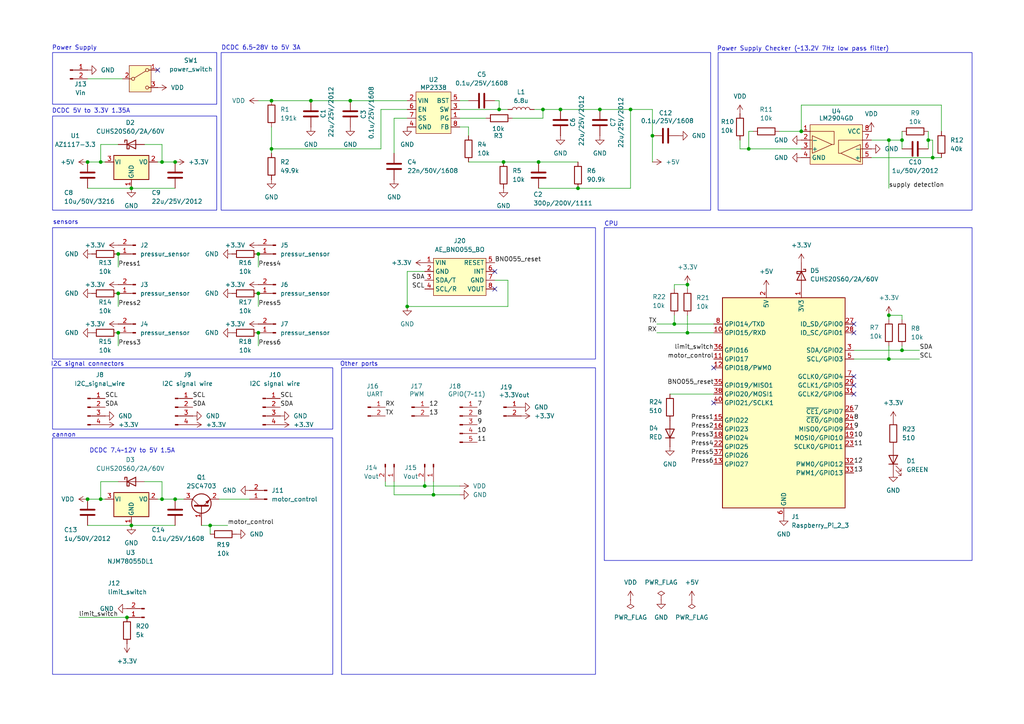
<source format=kicad_sch>
(kicad_sch (version 20231120) (generator "eeschema") (generator_version "8.0")
  (paper "A4")
  (junction (at 144.78 31.75))
  (junction (at 25.4 144.78))
  (junction (at 146.05 46.99))
  (junction (at 261.62 40.64))
  (junction (at 38.1 152.4))
  (junction (at 232.41 38.1))
  (junction (at 46.99 46.99))
  (junction (at 156.21 46.99))
  (junction (at 269.24 40.64))
  (junction (at 189.23 39.37))
  (junction (at 125.73 143.51))
  (junction (at 74.93 73.66))
  (junction (at 123.19 140.97))
  (junction (at 74.93 96.52))
  (junction (at 257.81 91.44))
  (junction (at 173.99 31.75))
  (junction (at 29.21 144.78))
  (junction (at 78.74 29.21))
  (junction (at 74.93 85.09))
  (junction (at 157.48 31.75))
  (junction (at 46.99 144.78))
  (junction (at 29.21 46.99))
  (junction (at 25.4 46.99))
  (junction (at 38.1 54.61))
  (junction (at 36.83 179.07))
  (junction (at 101.6 29.21))
  (junction (at 34.29 73.66))
  (junction (at 195.58 93.98))
  (junction (at 182.88 31.75))
  (junction (at 78.74 43.18))
  (junction (at 50.8 144.78))
  (junction (at 162.56 31.75))
  (junction (at 199.39 82.55))
  (junction (at 199.39 96.52))
  (junction (at 34.29 96.52))
  (junction (at 118.11 88.9))
  (junction (at 257.81 104.14))
  (junction (at 270.51 45.72))
  (junction (at 217.17 43.18))
  (junction (at 167.64 54.61))
  (junction (at 60.96 152.4))
  (junction (at 50.8 46.99))
  (junction (at 34.29 85.09))
  (junction (at 90.17 29.21))
  (junction (at 257.81 40.64))
  (junction (at 261.62 101.6))
  (no_connect (at 207.01 106.68))
  (no_connect (at 247.65 111.76))
  (no_connect (at 247.65 114.3))
  (no_connect (at 143.51 83.82))
  (no_connect (at 143.51 78.74))
  (no_connect (at 247.65 93.98))
  (no_connect (at 247.65 96.52))
  (no_connect (at 207.01 116.84))
  (no_connect (at 45.72 20.32))
  (no_connect (at 247.65 109.22))
  (wire (pts (xy 41.91 41.91) (xy 46.99 41.91)))
  (wire (pts (xy 63.5 144.78) (xy 72.39 144.78)))
  (wire (pts (xy 46.99 46.99) (xy 50.8 46.99)))
  (wire (pts (xy 214.63 43.18) (xy 217.17 43.18)))
  (wire (pts (xy 182.88 31.75) (xy 182.88 54.61)))
  (wire (pts (xy 147.32 88.9) (xy 118.11 88.9)))
  (wire (pts (xy 25.4 46.99) (xy 29.21 46.99)))
  (wire (pts (xy 273.05 38.1) (xy 273.05 30.48)))
  (wire (pts (xy 157.48 34.29) (xy 157.48 31.75)))
  (wire (pts (xy 45.72 144.78) (xy 46.99 144.78)))
  (wire (pts (xy 157.48 31.75) (xy 154.94 31.75)))
  (wire (pts (xy 34.29 139.7) (xy 29.21 139.7)))
  (wire (pts (xy 217.17 43.18) (xy 232.41 43.18)))
  (wire (pts (xy 162.56 31.75) (xy 173.99 31.75)))
  (wire (pts (xy 156.21 46.99) (xy 167.64 46.99)))
  (wire (pts (xy 34.29 85.09) (xy 34.29 88.9)))
  (wire (pts (xy 41.91 139.7) (xy 46.99 139.7)))
  (wire (pts (xy 182.88 31.75) (xy 189.23 31.75)))
  (wire (pts (xy 114.3 34.29) (xy 114.3 44.45)))
  (wire (pts (xy 29.21 41.91) (xy 34.29 41.91)))
  (wire (pts (xy 111.76 140.97) (xy 123.19 140.97)))
  (wire (pts (xy 101.6 29.21) (xy 118.11 29.21)))
  (wire (pts (xy 78.74 36.83) (xy 78.74 43.18)))
  (wire (pts (xy 78.74 43.18) (xy 110.49 43.18)))
  (wire (pts (xy 270.51 45.72) (xy 273.05 45.72)))
  (wire (pts (xy 34.29 73.66) (xy 34.29 77.47)))
  (wire (pts (xy 146.05 46.99) (xy 156.21 46.99)))
  (wire (pts (xy 34.29 96.52) (xy 34.29 100.33)))
  (wire (pts (xy 261.62 38.1) (xy 261.62 40.64)))
  (wire (pts (xy 257.81 104.14) (xy 266.7 104.14)))
  (wire (pts (xy 114.3 139.7) (xy 114.3 143.51)))
  (wire (pts (xy 118.11 31.75) (xy 110.49 31.75)))
  (wire (pts (xy 194.31 114.3) (xy 207.01 114.3)))
  (wire (pts (xy 133.35 31.75) (xy 144.78 31.75)))
  (wire (pts (xy 167.64 54.61) (xy 182.88 54.61)))
  (wire (pts (xy 125.73 139.7) (xy 125.73 143.51)))
  (wire (pts (xy 38.1 54.61) (xy 50.8 54.61)))
  (wire (pts (xy 214.63 40.64) (xy 214.63 43.18)))
  (wire (pts (xy 29.21 46.99) (xy 30.48 46.99)))
  (wire (pts (xy 217.17 38.1) (xy 218.44 38.1)))
  (wire (pts (xy 195.58 93.98) (xy 207.01 93.98)))
  (wire (pts (xy 261.62 100.33) (xy 261.62 101.6)))
  (wire (pts (xy 25.4 54.61) (xy 38.1 54.61)))
  (wire (pts (xy 46.99 41.91) (xy 46.99 46.99)))
  (wire (pts (xy 217.17 38.1) (xy 217.17 43.18)))
  (wire (pts (xy 29.21 144.78) (xy 30.48 144.78)))
  (wire (pts (xy 261.62 101.6) (xy 266.7 101.6)))
  (wire (pts (xy 74.93 73.66) (xy 74.93 77.47)))
  (wire (pts (xy 60.96 152.4) (xy 60.96 154.94)))
  (wire (pts (xy 270.51 40.64) (xy 269.24 40.64)))
  (wire (pts (xy 195.58 83.82) (xy 195.58 82.55)))
  (wire (pts (xy 247.65 101.6) (xy 261.62 101.6)))
  (wire (pts (xy 143.51 81.28) (xy 147.32 81.28)))
  (wire (pts (xy 90.17 29.21) (xy 101.6 29.21)))
  (wire (pts (xy 135.89 36.83) (xy 135.89 39.37)))
  (wire (pts (xy 252.73 45.72) (xy 270.51 45.72)))
  (wire (pts (xy 190.5 93.98) (xy 195.58 93.98)))
  (wire (pts (xy 114.3 143.51) (xy 125.73 143.51)))
  (wire (pts (xy 125.73 143.51) (xy 133.35 143.51)))
  (wire (pts (xy 226.06 38.1) (xy 232.41 38.1)))
  (wire (pts (xy 162.56 31.75) (xy 157.48 31.75)))
  (wire (pts (xy 195.58 91.44) (xy 195.58 93.98)))
  (wire (pts (xy 273.05 30.48) (xy 232.41 30.48)))
  (wire (pts (xy 257.81 100.33) (xy 257.81 104.14)))
  (wire (pts (xy 257.81 40.64) (xy 257.81 54.61)))
  (wire (pts (xy 143.51 29.21) (xy 144.78 29.21)))
  (wire (pts (xy 189.23 31.75) (xy 189.23 39.37)))
  (wire (pts (xy 114.3 34.29) (xy 118.11 34.29)))
  (wire (pts (xy 60.96 152.4) (xy 66.04 152.4)))
  (wire (pts (xy 25.4 152.4) (xy 38.1 152.4)))
  (wire (pts (xy 156.21 54.61) (xy 167.64 54.61)))
  (wire (pts (xy 110.49 31.75) (xy 110.49 43.18)))
  (wire (pts (xy 25.4 22.86) (xy 35.56 22.86)))
  (wire (pts (xy 199.39 96.52) (xy 207.01 96.52)))
  (wire (pts (xy 199.39 82.55) (xy 199.39 83.82)))
  (wire (pts (xy 118.11 78.74) (xy 123.19 78.74)))
  (wire (pts (xy 189.23 39.37) (xy 189.23 46.99)))
  (wire (pts (xy 190.5 96.52) (xy 199.39 96.52)))
  (wire (pts (xy 173.99 31.75) (xy 182.88 31.75)))
  (wire (pts (xy 247.65 104.14) (xy 257.81 104.14)))
  (wire (pts (xy 74.93 85.09) (xy 74.93 88.9)))
  (wire (pts (xy 46.99 139.7) (xy 46.99 144.78)))
  (wire (pts (xy 135.89 46.99) (xy 146.05 46.99)))
  (wire (pts (xy 232.41 30.48) (xy 232.41 38.1)))
  (wire (pts (xy 269.24 40.64) (xy 269.24 43.18)))
  (wire (pts (xy 133.35 34.29) (xy 140.97 34.29)))
  (wire (pts (xy 78.74 29.21) (xy 90.17 29.21)))
  (wire (pts (xy 257.81 40.64) (xy 261.62 40.64)))
  (wire (pts (xy 147.32 81.28) (xy 147.32 88.9)))
  (wire (pts (xy 29.21 41.91) (xy 29.21 46.99)))
  (wire (pts (xy 261.62 40.64) (xy 261.62 43.18)))
  (wire (pts (xy 78.74 43.18) (xy 78.74 44.45)))
  (wire (pts (xy 133.35 36.83) (xy 135.89 36.83)))
  (wire (pts (xy 25.4 144.78) (xy 29.21 144.78)))
  (wire (pts (xy 257.81 91.44) (xy 257.81 92.71)))
  (wire (pts (xy 257.81 91.44) (xy 261.62 91.44)))
  (wire (pts (xy 22.86 179.07) (xy 36.83 179.07)))
  (wire (pts (xy 58.42 152.4) (xy 60.96 152.4)))
  (wire (pts (xy 269.24 38.1) (xy 269.24 40.64)))
  (wire (pts (xy 45.72 46.99) (xy 46.99 46.99)))
  (wire (pts (xy 111.76 139.7) (xy 111.76 140.97)))
  (wire (pts (xy 148.59 34.29) (xy 157.48 34.29)))
  (wire (pts (xy 38.1 152.4) (xy 50.8 152.4)))
  (wire (pts (xy 74.93 29.21) (xy 78.74 29.21)))
  (wire (pts (xy 46.99 144.78) (xy 50.8 144.78)))
  (wire (pts (xy 50.8 144.78) (xy 53.34 144.78)))
  (wire (pts (xy 74.93 96.52) (xy 74.93 100.33)))
  (wire (pts (xy 29.21 139.7) (xy 29.21 144.78)))
  (wire (pts (xy 144.78 29.21) (xy 144.78 31.75)))
  (wire (pts (xy 123.19 140.97) (xy 133.35 140.97)))
  (wire (pts (xy 261.62 91.44) (xy 261.62 92.71)))
  (wire (pts (xy 199.39 91.44) (xy 199.39 96.52)))
  (wire (pts (xy 195.58 82.55) (xy 199.39 82.55)))
  (wire (pts (xy 252.73 40.64) (xy 257.81 40.64)))
  (wire (pts (xy 270.51 45.72) (xy 270.51 40.64)))
  (wire (pts (xy 123.19 139.7) (xy 123.19 140.97)))
  (wire (pts (xy 133.35 29.21) (xy 135.89 29.21)))
  (wire (pts (xy 118.11 88.9) (xy 118.11 78.74)))
  (wire (pts (xy 144.78 31.75) (xy 147.32 31.75)))
  (rectangle (start 15.24 66.04) (end 172.72 104.14))
  (rectangle (start 15.24 15.24) (end 62.865 30.226))
  (rectangle (start 64.135 15.24) (end 206.121 60.96))
  (rectangle (start 99.06 106.68) (end 172.72 195.58))
  (rectangle (start 15.24 106.68) (end 96.52 124.46))
  (rectangle (start 15.24 127) (end 96.52 195.58))
  (rectangle (start 208.28 15.24) (end 281.94 60.96))
  (rectangle (start 15.24 33.655) (end 62.865 60.96))
  (rectangle (start 175.26 66.04) (end 281.94 162.56))
  (text "Power Supply" (at 21.59 13.97 0) (effects (font (size 1.27 1.27))))
  (text "I2C signal connectors" (at 25.4 105.664 0) (effects (font (size 1.27 1.27))))
  (text "Other ports" (at 104.14 105.664 0) (effects (font (size 1.27 1.27))))
  (text "DCDC 7.4~12V to 5V 1.5A" (at 38.354 130.81 0) (effects (font (size 1.27 1.27))))
  (text "CPU" (at 177.292 65.024 0) (effects (font (size 1.27 1.27))))
  (text "sensors" (at 19.05 64.516 0) (effects (font (size 1.27 1.27))))
  (text "DCDC 5V to 3.3V 1.35A" (at 26.416 32.258 0) (effects (font (size 1.27 1.27))))
  (text "cannon" (at 18.542 126.238 0) (effects (font (size 1.27 1.27))))
  (text "DCDC 6.5~28V to 5V 3A" (at 75.692 13.97 0) (effects (font (size 1.27 1.27))))
  (text "Power Supply Checker (~13.2V 7Hz low pass filter)" (at 232.918 14.224 0) (effects (font (size 1.27 1.27))))
  (label "12" (at 124.46 118.11 0))
  (label "9" (at 247.65 124.46 0))
  (label "SDA" (at 123.19 81.28 180))
  (label "Press1" (at 34.29 77.47 0))
  (label "Press2" (at 207.01 124.46 180))
  (label "SCL" (at 266.7 104.14 0))
  (label "BNO055_reset" (at 207.01 111.76 180))
  (label "Press4" (at 74.93 77.47 0))
  (label "RX" (at 111.76 118.11 0))
  (label "SDA" (at 81.28 118.11 0))
  (label "SDA" (at 55.88 118.11 0))
  (label "Press2" (at 34.29 88.9 0))
  (label "motor_control" (at 66.04 152.4 0))
  (label "SCL" (at 55.88 115.57 0))
  (label "11" (at 247.65 129.54 0))
  (label "13" (at 124.46 120.65 0))
  (label "TX" (at 111.76 120.65 0))
  (label "12" (at 247.65 134.62 0))
  (label "motor_control" (at 207.01 104.14 180))
  (label "SCL" (at 30.48 115.57 0))
  (label "limit_switch" (at 207.01 101.6 180))
  (label "Press3" (at 34.29 100.33 0))
  (label "Press5" (at 74.93 88.9 0))
  (label "Press6" (at 74.93 100.33 0))
  (label "TX" (at 190.5 93.98 180))
  (label "Press5" (at 207.01 132.08 180))
  (label "SDA" (at 266.7 101.6 0))
  (label "BNO055_reset" (at 143.51 76.2 0))
  (label "RX" (at 190.5 96.52 180))
  (label "9" (at 138.43 123.19 0))
  (label "Press4" (at 207.01 129.54 180))
  (label "supply detection" (at 257.81 54.61 0))
  (label "7" (at 247.65 119.38 0))
  (label "8" (at 247.65 121.92 0))
  (label "Press3" (at 207.01 127 180))
  (label "limit_switch" (at 22.86 179.07 0))
  (label "8" (at 138.43 120.65 0))
  (label "SCL" (at 81.28 115.57 0))
  (label "7" (at 138.43 118.11 0))
  (label "13" (at 247.65 137.16 0))
  (label "SDA" (at 30.48 118.11 0))
  (label "10" (at 138.43 125.73 0))
  (label "11" (at 138.43 128.27 0))
  (label "Press1" (at 207.01 121.92 180))
  (label "Press6" (at 207.01 134.62 180))
  (label "10" (at 247.65 127 0))
  (label "SCL" (at 123.19 83.82 180))
  (symbol (lib_id "power:+3.3V") (at 232.41 76.2 0) (unit 1)
    (property "Reference" "#PWR021" (effects (hide yes)))
    (property "Value" "+3.3V" (at 232.41 71.12 0))
    (property "Description" "Power symbol creates a global label with name \"+3.3V\"" (effects (hide yes)))
  )
  (symbol (lib_id "Connector:Conn_01x02_Pin") (at 39.37 96.52 180) (unit 1)
    (property "Reference" "J4" (at 40.64 93.9799 0) (effects (justify right)))
    (property "Value" "pressur_sensor" (at 40.64 96.5199 0) (effects (justify right)))
    (property "Footprint" "Connector_JST:JST_XH_S2B-XH-A_1x02_P2.50mm_Horizontal" (effects (hide yes)))
    (property "Description" "Generic connector, single row, 01x02, script generated" (effects (hide yes)))
  )
  (symbol (lib_id "power:+3.3V") (at 257.81 91.44 0) (unit 1)
    (property "Reference" "#PWR03" (effects (hide yes)))
    (property "Value" "+3.3V" (at 257.81 86.36 0))
    (property "Description" "Power symbol creates a global label with name \"+3.3V\"" (effects (hide yes)))
  )
  (symbol (lib_id "Connector:Conn_01x04_Pin") (at 25.4 118.11 0) (unit 1)
    (property "Reference" "J8" (at 28.956 108.712 0))
    (property "Value" "I2C_signal_wire" (at 28.956 111.252 0))
    (property "Footprint" "Connector_JST:JST_XH_S4B-XH-A_1x04_P2.50mm_Horizontal" (effects (hide yes)))
    (property "Description" "Generic connector, single row, 01x04, script generated" (effects (hide yes)))
  )
  (symbol (lib_id "power:GND") (at 25.4 20.32 90) (unit 1)
    (property "Reference" "#PWR07" (effects (hide yes)))
    (property "Value" "GND" (at 29.21 20.3199 90) (effects (justify right)))
    (property "Description" "Power symbol creates a global label with name \"GND\" , ground" (effects (hide yes)))
  )
  (symbol (lib_id "Device:C") (at 139.7 29.21 270) (unit 1)
    (property "Reference" "C5" (at 139.7 21.59 90))
    (property "Value" "0.1u/25V/1608" (at 139.7 24.13 90))
    (property "Footprint" "Capacitor_SMD:C_0603_1608Metric" (effects (hide yes)))
    (property "Description" "Unpolarized capacitor" (effects (hide yes)))
  )
  (symbol (lib_id "Regulator_Linear:AZ1117-3.3") (at 38.1 144.78 0) (unit 1)
    (property "Reference" "U3" (at 37.846 160.274 0))
    (property "Value" "NJM78055DL1" (at 37.846 162.814 0))
    (property "Footprint" "Package_TO_SOT_SMD:TO-252-2" (effects (hide yes)))
    (property "Datasheet" "https://www.diodes.com/assets/Datasheets/AZ1117.pdf" (effects (hide yes)))
    (property "Description" "1A 20V Fixed LDO Linear Regulator, 3.3V, SOT-89/SOT-223/TO-220/TO-252/TO-263" (effects (hide yes)))
  )
  (symbol (lib_id "Device:D_Schottky") (at 38.1 139.7 0) (unit 1)
    (property "Reference" "D3" (at 37.7825 133.35 0))
    (property "Value" "CUHS20S60/2A/60V" (at 37.7825 135.89 0))
    (property "Footprint" "Diode_SMD:D_SOD-323" (effects (hide yes)))
    (property "Description" "Schottky diode" (effects (hide yes)))
  )
  (symbol (lib_id "Device:C") (at 25.4 50.8 0) (unit 1)
    (property "Reference" "C8" (at 18.542 55.88 0) (effects (justify left)))
    (property "Value" "10u/50V/3216" (at 18.542 58.42 0) (effects (justify left)))
    (property "Footprint" "Capacitor_SMD:C_1206_3216Metric" (effects (hide yes)))
    (property "Description" "Unpolarized capacitor" (effects (hide yes)))
  )
  (symbol (lib_id "Device:R") (at 135.89 43.18 0) (unit 1)
    (property "Reference" "R4" (at 138.43 41.9099 0) (effects (justify left)))
    (property "Value" "10k" (at 138.43 44.4499 0) (effects (justify left)))
    (property "Footprint" "Resistor_SMD:R_0603_1608Metric_Pad0.98x0.95mm_HandSolder" (effects (hide yes)))
    (property "Description" "Resistor" (effects (hide yes)))
  )
  (symbol (lib_id "power:+3.3V") (at 55.88 123.19 270) (unit 1)
    (property "Reference" "#PWR043" (effects (hide yes)))
    (property "Value" "+3.3V" (at 59.69 123.1899 90) (effects (justify left)))
    (property "Description" "Power symbol creates a global label with name \"+3.3V\"" (effects (hide yes)))
  )
  (symbol (lib_id "Device:L") (at 151.13 31.75 90) (unit 1)
    (property "Reference" "L1" (at 151.13 26.67 90))
    (property "Value" "6.8u" (at 151.13 29.21 90))
    (property "Footprint" "mylibrary:L_NLV32-PF_SMD_3.2x2.5_handsolder" (effects (hide yes)))
    (property "Description" "Inductor" (effects (hide yes)))
  )
  (symbol (lib_id "Device:C") (at 50.8 50.8 0) (unit 1)
    (property "Reference" "C9" (at 43.942 55.88 0) (effects (justify left)))
    (property "Value" "22u/25V/2012" (at 43.942 58.42 0) (effects (justify left)))
    (property "Footprint" "Capacitor_SMD:C_0805_2012Metric" (effects (hide yes)))
    (property "Description" "Unpolarized capacitor" (effects (hide yes)))
  )
  (symbol (lib_id "Device:C") (at 90.17 33.02 0) (unit 1)
    (property "Reference" "C1" (at 93.726 34.29 90) (effects (justify left)))
    (property "Value" "22u/25V/2012" (at 96.012 39.878 90) (effects (justify left)))
    (property "Footprint" "Capacitor_SMD:C_0805_2012Metric" (effects (hide yes)))
    (property "Description" "Unpolarized capacitor" (effects (hide yes)))
  )
  (symbol (lib_id "power:GND") (at 114.3 52.07 0) (unit 1)
    (property "Reference" "#PWR014" (effects (hide yes)))
    (property "Value" "GND" (at 114.3 57.15 0))
    (property "Description" "Power symbol creates a global label with name \"GND\" , ground" (effects (hide yes)))
  )
  (symbol (lib_id "Device:R") (at 78.74 33.02 0) (unit 1)
    (property "Reference" "R1" (at 81.28 31.7499 0) (effects (justify left)))
    (property "Value" "191k" (at 81.28 34.2899 0) (effects (justify left)))
    (property "Footprint" "Resistor_SMD:R_0603_1608Metric_Pad0.98x0.95mm_HandSolder" (effects (hide yes)))
    (property "Description" "Resistor" (effects (hide yes)))
  )
  (symbol (lib_id "power:GND") (at 38.1 152.4 0) (unit 1)
    (property "Reference" "#PWR047" (effects (hide yes)))
    (property "Value" "GND" (at 38.1 157.48 0))
    (property "Description" "Power symbol creates a global label with name \"GND\" , ground" (effects (hide yes)))
  )
  (symbol (lib_id "Connector:Conn_01x02_Pin") (at 146.05 118.11 0) (unit 1)
    (property "Reference" "J19" (at 146.812 112.268 0))
    (property "Value" "+3.3Vout" (at 149.098 114.554 0))
    (property "Footprint" "Connector_JST:JST_XH_B2B-XH-A_1x02_P2.50mm_Vertical" (effects (hide yes)))
    (property "Description" "Generic connector, single row, 01x02, script generated" (effects (hide yes)))
  )
  (symbol (lib_id "Device:R") (at 78.74 48.26 0) (unit 1)
    (property "Reference" "R2" (at 81.28 46.9899 0) (effects (justify left)))
    (property "Value" "49.9k" (at 81.28 49.5299 0) (effects (justify left)))
    (property "Footprint" "Resistor_SMD:R_0603_1608Metric_Pad0.98x0.95mm_HandSolder" (effects (hide yes)))
    (property "Description" "Resistor" (effects (hide yes)))
  )
  (symbol (lib_id "power:PWR_FLAG") (at 191.77 173.99 0) (unit 1)
    (property "Reference" "#FLG02" (effects (hide yes)))
    (property "Value" "PWR_FLAG" (at 191.77 168.91 0))
    (property "Description" "Special symbol for telling ERC where power comes from" (effects (hide yes)))
  )
  (symbol (lib_id "power:+3.3V") (at 34.29 93.98 90) (unit 1)
    (property "Reference" "#PWR033" (effects (hide yes)))
    (property "Value" "+3.3V" (at 30.48 93.9799 90) (effects (justify left)))
    (property "Description" "Power symbol creates a global label with name \"+3.3V\"" (effects (hide yes)))
  )
  (symbol (lib_id "power:GND") (at 67.31 73.66 270) (unit 1)
    (property "Reference" "#PWR034" (effects (hide yes)))
    (property "Value" "GND" (at 63.5 73.6599 90) (effects (justify right)))
    (property "Description" "Power symbol creates a global label with name \"GND\" , ground" (effects (hide yes)))
  )
  (symbol (lib_id "Device:R") (at 71.12 73.66 90) (unit 1)
    (property "Reference" "R16" (at 71.12 76.2 90))
    (property "Value" "10k" (at 71.12 78.74 90))
    (property "Footprint" "Resistor_SMD:R_0603_1608Metric_Pad0.98x0.95mm_HandSolder" (effects (hide yes)))
    (property "Description" "Resistor" (effects (hide yes)))
  )
  (symbol (lib_id "Device:C") (at 101.6 33.02 0) (unit 1)
    (property "Reference" "C3" (at 105.41 34.544 90) (effects (justify left)))
    (property "Value" "0.1u/25V/1608" (at 107.696 40.386 90) (effects (justify left)))
    (property "Footprint" "Capacitor_SMD:C_0603_1608Metric" (effects (hide yes)))
    (property "Description" "Unpolarized capacitor" (effects (hide yes)))
  )
  (symbol (lib_id "Device:R") (at 214.63 36.83 180) (unit 1)
    (property "Reference" "R10" (at 209.042 35.306 0) (effects (justify right)))
    (property "Value" "10k" (at 209.042 37.846 0) (effects (justify right)))
    (property "Footprint" "Resistor_SMD:R_0603_1608Metric_Pad0.98x0.95mm_HandSolder" (effects (hide yes)))
    (property "Description" "Resistor" (effects (hide yes)))
  )
  (symbol (lib_id "Device:R") (at 71.12 96.52 90) (unit 1)
    (property "Reference" "R18" (at 71.12 99.06 90))
    (property "Value" "10k" (at 71.12 101.6 90))
    (property "Footprint" "Resistor_SMD:R_0603_1608Metric_Pad0.98x0.95mm_HandSolder" (effects (hide yes)))
    (property "Description" "Resistor" (effects (hide yes)))
  )
  (symbol (lib_id "power:+3.3V") (at 81.28 123.19 270) (unit 1)
    (property "Reference" "#PWR045" (effects (hide yes)))
    (property "Value" "+3.3V" (at 85.09 123.1899 90) (effects (justify left)))
    (property "Description" "Power symbol creates a global label with name \"+3.3V\"" (effects (hide yes)))
  )
  (symbol (lib_id "Device:R") (at 273.05 41.91 0) (unit 1)
    (property "Reference" "R12" (at 275.59 40.6399 0) (effects (justify left)))
    (property "Value" "40k" (at 275.59 43.1799 0) (effects (justify left)))
    (property "Footprint" "Resistor_SMD:R_0603_1608Metric_Pad0.98x0.95mm_HandSolder" (effects (hide yes)))
    (property "Description" "Resistor" (effects (hide yes)))
  )
  (symbol (lib_id "Connector:Conn_01x02_Pin") (at 80.01 73.66 180) (unit 1)
    (property "Reference" "J5" (at 81.28 71.1199 0) (effects (justify right)))
    (property "Value" "pressur_sensor" (at 81.28 73.6599 0) (effects (justify right)))
    (property "Footprint" "Connector_JST:JST_XH_S2B-XH-A_1x02_P2.50mm_Horizontal" (effects (hide yes)))
    (property "Description" "Generic connector, single row, 01x02, script generated" (effects (hide yes)))
  )
  (symbol (lib_id "Device:C") (at 193.04 39.37 90) (unit 1)
    (property "Reference" "C12" (at 193.04 32.766 90))
    (property "Value" "0.1u/25V/1608" (at 193.548 35.052 90))
    (property "Footprint" "Capacitor_SMD:C_0603_1608Metric" (effects (hide yes)))
    (property "Description" "Unpolarized capacitor" (effects (hide yes)))
  )
  (symbol (lib_id "Connector:Conn_01x02_Pin") (at 80.01 85.09 180) (unit 1)
    (property "Reference" "J6" (at 81.28 82.5499 0) (effects (justify right)))
    (property "Value" "pressur_sensor" (at 81.28 85.0899 0) (effects (justify right)))
    (property "Footprint" "Connector_JST:JST_XH_S2B-XH-A_1x02_P2.50mm_Horizontal" (effects (hide yes)))
    (property "Description" "Generic connector, single row, 01x02, script generated" (effects (hide yes)))
  )
  (symbol (lib_name "BNO055_1") (lib_id "mylibrary:BNO055") (at 133.35 80.01 0) (unit 1)
    (property "Reference" "J20" (at 133.35 69.85 0))
    (property "Value" "AE_BNO055_BO" (at 133.35 72.39 0))
    (property "Footprint" "Package_DIP:DIP-8_W7.62mm_Socket" (effects (hide yes)))
  )
  (symbol (lib_id "Device:C") (at 162.56 35.56 0) (unit 1)
    (property "Reference" "C6" (at 166.116 36.83 90) (effects (justify left)))
    (property "Value" "22u/25V/2012" (at 168.656 42.418 90) (effects (justify left)))
    (property "Footprint" "Capacitor_SMD:C_0805_2012Metric" (effects (hide yes)))
    (property "Description" "Unpolarized capacitor" (effects (hide yes)))
  )
  (symbol (lib_id "Device:R") (at 30.48 85.09 90) (unit 1)
    (property "Reference" "R14" (at 30.48 87.63 90))
    (property "Value" "10k" (at 30.48 90.17 90))
    (property "Footprint" "Resistor_SMD:R_0603_1608Metric_Pad0.98x0.95mm_HandSolder" (effects (hide yes)))
    (property "Description" "Resistor" (effects (hide yes)))
  )
  (symbol (lib_id "power:GND") (at 191.77 173.99 0) (unit 1)
    (property "Reference" "#PWR05" (effects (hide yes)))
    (property "Value" "GND" (at 191.77 179.07 0))
    (property "Description" "Power symbol creates a global label with name \"GND\" , ground" (effects (hide yes)))
  )
  (symbol (lib_id "Connector:Conn_01x04_Pin") (at 76.2 118.11 0) (unit 1)
    (property "Reference" "J10" (at 79.756 108.712 0))
    (property "Value" "I2C signal wire" (at 79.756 111.252 0))
    (property "Footprint" "Connector_JST:JST_XH_B4B-XH-A_1x04_P2.50mm_Vertical" (effects (hide yes)))
    (property "Description" "Generic connector, single row, 01x04, script generated" (effects (hide yes)))
  )
  (symbol (lib_id "Device:R") (at 144.78 34.29 270) (unit 1)
    (property "Reference" "R3" (at 144.526 39.37 90))
    (property "Value" "10k" (at 144.526 37.338 90))
    (property "Footprint" "Resistor_SMD:R_0603_1608Metric_Pad0.98x0.95mm_HandSolder" (effects (hide yes)))
    (property "Description" "Resistor" (effects (hide yes)))
  )
  (symbol (lib_id "power:+3.3V") (at 259.08 121.92 0) (unit 1)
    (property "Reference" "#PWR055" (effects (hide yes)))
    (property "Value" "+3.3V" (at 259.08 116.84 0))
    (property "Description" "Power symbol creates a global label with name \"+3.3V\"" (effects (hide yes)))
  )
  (symbol (lib_id "power:GND") (at 151.13 118.11 90) (unit 1)
    (property "Reference" "#PWR056" (effects (hide yes)))
    (property "Value" "GND" (at 154.94 118.1099 90) (effects (justify right)))
    (property "Description" "Power symbol creates a global label with name \"GND\" , ground" (effects (hide yes)))
  )
  (symbol (lib_id "Device:R") (at 36.83 182.88 0) (unit 1)
    (property "Reference" "R20" (at 39.37 181.6099 0) (effects (justify left)))
    (property "Value" "5k" (at 39.37 184.1499 0) (effects (justify left)))
    (property "Footprint" "Resistor_SMD:R_0603_1608Metric_Pad0.98x0.95mm_HandSolder" (effects (hide yes)))
    (property "Description" "Resistor" (effects (hide yes)))
  )
  (symbol (lib_id "power:+5V") (at 222.25 83.82 0) (unit 1)
    (property "Reference" "#PWR020" (effects (hide yes)))
    (property "Value" "+5V" (at 222.25 78.74 0))
    (property "Description" "Power symbol creates a global label with name \"+5V\"" (effects (hide yes)))
  )
  (symbol (lib_id "power:GND") (at 173.99 39.37 0) (unit 1)
    (property "Reference" "#PWR015" (effects (hide yes)))
    (property "Value" "GND" (at 173.99 44.45 0))
    (property "Description" "Power symbol creates a global label with name \"GND\" , ground" (effects (hide yes)))
  )
  (symbol (lib_id "power:VDD") (at 133.35 140.97 270) (unit 1)
    (property "Reference" "#PWR059" (effects (hide yes)))
    (property "Value" "VDD" (at 137.16 140.9699 90) (effects (justify left)))
    (property "Description" "Power symbol creates a global label with name \"VDD\"" (effects (hide yes)))
  )
  (symbol (lib_id "Device:R") (at 64.77 154.94 90) (unit 1)
    (property "Reference" "R19" (at 64.77 157.988 90))
    (property "Value" "10k" (at 64.77 160.528 90))
    (property "Footprint" "Resistor_SMD:R_0603_1608Metric_Pad0.98x0.95mm_HandSolder" (effects (hide yes)))
    (property "Description" "Resistor" (effects (hide yes)))
  )
  (symbol (lib_id "power:GND") (at 30.48 120.65 90) (unit 1)
    (property "Reference" "#PWR041" (effects (hide yes)))
    (property "Value" "GND" (at 34.29 120.6499 90) (effects (justify right)))
    (property "Description" "Power symbol creates a global label with name \"GND\" , ground" (effects (hide yes)))
  )
  (symbol (lib_id "Device:R") (at 71.12 85.09 90) (unit 1)
    (property "Reference" "R17" (at 71.12 87.63 90))
    (property "Value" "10k" (at 71.12 90.17 90))
    (property "Footprint" "Resistor_SMD:R_0603_1608Metric_Pad0.98x0.95mm_HandSolder" (effects (hide yes)))
    (property "Description" "Resistor" (effects (hide yes)))
  )
  (symbol (lib_id "power:GND") (at 90.17 36.83 0) (unit 1)
    (property "Reference" "#PWR011" (effects (hide yes)))
    (property "Value" "GND" (at 90.17 41.91 0))
    (property "Description" "Power symbol creates a global label with name \"GND\" , ground" (effects (hide yes)))
  )
  (symbol (lib_id "power:PWR_FLAG") (at 200.66 173.99 180) (unit 1)
    (property "Reference" "#FLG03" (effects (hide yes)))
    (property "Value" "PWR_FLAG" (at 200.66 179.07 0))
    (property "Description" "Special symbol for telling ERC where power comes from" (effects (hide yes)))
  )
  (symbol (lib_id "power:GND") (at 194.31 129.54 0) (unit 1)
    (property "Reference" "#PWR060" (effects (hide yes)))
    (property "Value" "GND" (at 194.31 134.62 0))
    (property "Description" "Power symbol creates a global label with name \"GND\" , ground" (effects (hide yes)))
  )
  (symbol (lib_id "power:+3.3V") (at 74.93 82.55 90) (unit 1)
    (property "Reference" "#PWR038" (effects (hide yes)))
    (property "Value" "+3.3V" (at 71.12 82.5499 90) (effects (justify left)))
    (property "Description" "Power symbol creates a global label with name \"+3.3V\"" (effects (hide yes)))
  )
  (symbol (lib_id "Connector:Conn_01x05_Pin") (at 133.35 123.19 0) (unit 1)
    (property "Reference" "J18" (at 131.953 112.014 0))
    (property "Value" "GPIO(7~11)" (at 135.382 114.3 0))
    (property "Footprint" "Connector_PinHeader_2.54mm:PinHeader_1x05_P2.54mm_Vertical" (effects (hide yes)))
    (property "Description" "Generic connector, single row, 01x05, script generated" (effects (hide yes)))
  )
  (symbol (lib_id "power:+3.3V") (at 123.19 76.2 90) (unit 1)
    (property "Reference" "#PWR054" (effects (hide yes)))
    (property "Value" "+3.3V" (at 119.38 76.1999 90) (effects (justify left)))
    (property "Description" "Power symbol creates a global label with name \"+3.3V\"" (effects (hide yes)))
  )
  (symbol (lib_id "power:VDD") (at 25.4 144.78 90) (unit 1)
    (property "Reference" "#PWR046" (effects (hide yes)))
    (property "Value" "VDD" (at 21.59 144.7799 90) (effects (justify left)))
    (property "Description" "Power symbol creates a global label with name \"VDD\"" (effects (hide yes)))
  )
  (symbol (lib_id "Connector:Conn_01x02_Pin") (at 114.3 134.62 270) (unit 1)
    (property "Reference" "J14" (at 107.696 135.636 90))
    (property "Value" "Vout" (at 107.696 138.176 90))
    (property "Footprint" "Connector_JST:JST_VH_B2PS-VH_1x02_P3.96mm_Horizontal" (effects (hide yes)))
    (property "Description" "Generic connector, single row, 01x02, script generated" (effects (hide yes)))
  )
  (symbol (lib_id "Connector:Conn_01x02_Pin") (at 20.32 20.32 0) (unit 1)
    (property "Reference" "J13" (at 23.368 24.384 0))
    (property "Value" "Vin" (at 23.368 26.924 0))
    (property "Footprint" "Connector_JST:JST_VH_B2PS-VH_1x02_P3.96mm_Horizontal" (effects (hide yes)))
    (property "Description" "Generic connector, single row, 01x02, script generated" (effects (hide yes)))
  )
  (symbol (lib_id "Device:R") (at 167.64 50.8 0) (unit 1)
    (property "Reference" "R6" (at 170.18 49.5299 0) (effects (justify left)))
    (property "Value" "90.9k" (at 170.18 52.0699 0) (effects (justify left)))
    (property "Footprint" "Resistor_SMD:R_0603_1608Metric_Pad0.98x0.95mm_HandSolder" (effects (hide yes)))
    (property "Description" "Resistor" (effects (hide yes)))
  )
  (symbol (lib_id "power:GND") (at 38.1 54.61 0) (unit 1)
    (property "Reference" "#PWR017" (effects (hide yes)))
    (property "Value" "GND" (at 38.1 59.69 0))
    (property "Description" "Power symbol creates a global label with name \"GND\" , ground" (effects (hide yes)))
  )
  (symbol (lib_id "Connector:Raspberry_Pi_2_3") (at 227.33 116.84 0) (unit 1)
    (property "Reference" "J1" (at 229.5241 149.86 0) (effects (justify left)))
    (property "Value" "Raspberry_Pi_2_3" (at 229.5241 152.4 0) (effects (justify left)))
    (property "Footprint" "Module:Raspberry_Pi_Zero_Socketed_THT_FaceDown_MountingHoles_with_3d_model" (effects (hide yes)))
    (property "Datasheet" "https://www.raspberrypi.org/documentation/hardware/raspberrypi/schematics/rpi_SCH_3bplus_1p0_reduced.pdf" (effects (hide yes)))
    (property "Description" "expansion header for Raspberry Pi 2 & 3" (effects (hide yes)))
  )
  (symbol (lib_id "power:GND") (at 55.88 120.65 90) (unit 1)
    (property "Reference" "#PWR042" (effects (hide yes)))
    (property "Value" "GND" (at 59.69 120.6499 90) (effects (justify right)))
    (property "Description" "Power symbol creates a global label with name \"GND\" , ground" (effects (hide yes)))
  )
  (symbol (lib_id "Device:R") (at 265.43 38.1 90) (unit 1)
    (property "Reference" "R9" (at 265.43 32.766 90))
    (property "Value" "10k" (at 265.43 35.306 90))
    (property "Footprint" "Resistor_SMD:R_0603_1608Metric_Pad0.98x0.95mm_HandSolder" (effects (hide yes)))
    (property "Description" "Resistor" (effects (hide yes)))
  )
  (symbol (lib_id "Device:R") (at 194.31 118.11 0) (unit 1)
    (property "Reference" "R24" (at 188.214 116.586 0) (effects (justify left)))
    (property "Value" "510" (at 188.214 119.126 0) (effects (justify left)))
    (property "Footprint" "Resistor_SMD:R_0603_1608Metric_Pad0.98x0.95mm_HandSolder" (effects (hide yes)))
    (property "Description" "Resistor" (effects (hide yes)))
  )
  (symbol (lib_id "power:GND") (at 232.41 45.72 270) (unit 1)
    (property "Reference" "#PWR022" (effects (hide yes)))
    (property "Value" "GND" (at 228.6 45.7199 90) (effects (justify right)))
    (property "Description" "Power symbol creates a global label with name \"GND\" , ground" (effects (hide yes)))
  )
  (symbol (lib_id "Device:C") (at 265.43 43.18 90) (unit 1)
    (property "Reference" "C10" (at 265.43 46.99 90))
    (property "Value" "1u/50V/2012" (at 265.43 49.53 90))
    (property "Footprint" "Capacitor_SMD:C_0805_2012Metric" (effects (hide yes)))
    (property "Description" "Unpolarized capacitor" (effects (hide yes)))
  )
  (symbol (lib_id "power:GND") (at 146.05 54.61 0) (unit 1)
    (property "Reference" "#PWR016" (effects (hide yes)))
    (property "Value" "GND" (at 146.05 59.69 0))
    (property "Description" "Power symbol creates a global label with name \"GND\" , ground" (effects (hide yes)))
  )
  (symbol (lib_id "power:GND") (at 26.67 85.09 270) (unit 1)
    (property "Reference" "#PWR030" (effects (hide yes)))
    (property "Value" "GND" (at 22.86 85.0899 90) (effects (justify right)))
    (property "Description" "Power symbol creates a global label with name \"GND\" , ground" (effects (hide yes)))
  )
  (symbol (lib_id "power:+5V") (at 200.66 173.99 0) (unit 1)
    (property "Reference" "#PWR063" (effects (hide yes)))
    (property "Value" "+5V" (at 200.66 168.91 0))
    (property "Description" "Power symbol creates a global label with name \"+5V\"" (effects (hide yes)))
  )
  (symbol (lib_id "Device:R") (at 195.58 87.63 0) (unit 1)
    (property "Reference" "R22" (at 189.23 86.106 0) (effects (justify left)))
    (property "Value" "10k" (at 189.23 88.646 0) (effects (justify left)))
    (property "Footprint" "Resistor_SMD:R_0603_1608Metric_Pad0.98x0.95mm_HandSolder" (effects (hide yes)))
    (property "Description" "Resistor" (effects (hide yes)))
  )
  (symbol (lib_id "Device:C") (at 25.4 148.59 0) (unit 1)
    (property "Reference" "C13" (at 18.542 153.67 0) (effects (justify left)))
    (property "Value" "1u/50V/2012" (at 18.542 156.21 0) (effects (justify left)))
    (property "Footprint" "Capacitor_SMD:C_0805_2012Metric" (effects (hide yes)))
    (property "Description" "Unpolarized capacitor" (effects (hide yes)))
  )
  (symbol (lib_id "Device:R") (at 257.81 96.52 0) (unit 1)
    (property "Reference" "R7" (at 252.222 94.996 0) (effects (justify left)))
    (property "Value" "10k" (at 252.222 97.536 0) (effects (justify left)))
    (property "Footprint" "Resistor_SMD:R_0603_1608Metric_Pad0.98x0.95mm_HandSolder" (effects (hide yes)))
    (property "Description" "Resistor" (effects (hide yes)))
  )
  (symbol (lib_id "Device:R") (at 199.39 87.63 0) (unit 1)
    (property "Reference" "R21" (at 201.93 86.3599 0) (effects (justify left)))
    (property "Value" "10k" (at 201.93 88.8999 0) (effects (justify left)))
    (property "Footprint" "Resistor_SMD:R_0603_1608Metric_Pad0.98x0.95mm_HandSolder" (effects (hide yes)))
    (property "Description" "Resistor" (effects (hide yes)))
  )
  (symbol (lib_id "power:GND") (at 68.58 154.94 90) (unit 1)
    (property "Reference" "#PWR048" (effects (hide yes)))
    (property "Value" "GND" (at 72.39 154.9399 90) (effects (justify right)))
    (property "Description" "Power symbol creates a global label with name \"GND\" , ground" (effects (hide yes)))
  )
  (symbol (lib_id "Device:D_Schottky") (at 38.1 41.91 0) (unit 1)
    (property "Reference" "D2" (at 37.7825 35.56 0))
    (property "Value" "CUHS20S60/2A/60V" (at 37.7825 38.1 0))
    (property "Footprint" "Diode_SMD:D_SOD-323" (effects (hide yes)))
    (property "Description" "Schottky diode" (effects (hide yes)))
  )
  (symbol (lib_id "power:GND") (at 81.28 120.65 90) (unit 1)
    (property "Reference" "#PWR044" (effects (hide yes)))
    (property "Value" "GND" (at 85.09 120.6499 90) (effects (justify right)))
    (property "Description" "Power symbol creates a global label with name \"GND\" , ground" (effects (hide yes)))
  )
  (symbol (lib_id "Device:C") (at 173.99 35.56 0) (unit 1)
    (property "Reference" "C7" (at 177.8 36.83 90) (effects (justify left)))
    (property "Value" "22u/25V/2012" (at 180.086 42.926 90) (effects (justify left)))
    (property "Footprint" "Capacitor_SMD:C_0805_2012Metric" (effects (hide yes)))
    (property "Description" "Unpolarized capacitor" (effects (hide yes)))
  )
  (symbol (lib_id "power:+5V") (at 25.4 46.99 90) (unit 1)
    (property "Reference" "#PWR01" (effects (hide yes)))
    (property "Value" "+5V" (at 21.59 46.9899 90) (effects (justify left)))
    (property "Description" "Power symbol creates a global label with name \"+5V\"" (effects (hide yes)))
  )
  (symbol (lib_id "power:VDD") (at 252.73 38.1 0) (unit 1)
    (property "Reference" "#PWR019" (effects (hide yes)))
    (property "Value" "VDD" (at 252.73 33.02 0))
    (property "Description" "Power symbol creates a global label with name \"VDD\"" (effects (hide yes)))
  )
  (symbol (lib_id "power:GND") (at 196.85 39.37 90) (unit 1)
    (property "Reference" "#PWR026" (effects (hide yes)))
    (property "Value" "GND" (at 200.66 39.3699 90) (effects (justify right)))
    (property "Description" "Power symbol creates a global label with name \"GND\" , ground" (effects (hide yes)))
  )
  (symbol (lib_id "power:GND") (at 26.67 96.52 270) (unit 1)
    (property "Reference" "#PWR032" (effects (hide yes)))
    (property "Value" "GND" (at 22.86 96.5199 90) (effects (justify right)))
    (property "Description" "Power symbol creates a global label with name \"GND\" , ground" (effects (hide yes)))
  )
  (symbol (lib_id "power:GND") (at 252.73 43.18 90) (unit 1)
    (property "Reference" "#PWR025" (effects (hide yes)))
    (property "Value" "GND" (at 256.54 43.1799 90) (effects (justify right)))
    (property "Description" "Power symbol creates a global label with name \"GND\" , ground" (effects (hide yes)))
  )
  (symbol (lib_id "mylibrary:LM2904GD") (at 242.57 41.91 0) (unit 1)
    (property "Reference" "U4" (at 242.57 32.258 0))
    (property "Value" "LM2904GD" (at 242.57 34.29 0))
    (property "Footprint" "Package_SO:SOP-8_3.76x4.96mm_P1.27mm" (effects (hide yes)))
  )
  (symbol (lib_id "power:VDD") (at 74.93 29.21 90) (unit 1)
    (property "Reference" "#PWR06" (effects (hide yes)))
    (property "Value" "VDD" (at 71.12 29.2099 90) (effects (justify left)))
    (property "Description" "Power symbol creates a global label with name \"VDD\"" (effects (hide yes)))
  )
  (symbol (lib_id "Device:C") (at 50.8 148.59 0) (unit 1)
    (property "Reference" "C14" (at 43.942 153.67 0) (effects (justify left)))
    (property "Value" "0.1u/25V/1608" (at 43.942 156.21 0) (effects (justify left)))
    (property "Footprint" "Capacitor_SMD:C_0603_1608Metric" (effects (hide yes)))
    (property "Description" "Unpolarized capacitor" (effects (hide yes)))
  )
  (symbol (lib_id "Device:R") (at 30.48 96.52 90) (unit 1)
    (property "Reference" "R15" (at 30.48 99.06 90))
    (property "Value" "10k" (at 30.48 101.6 90))
    (property "Footprint" "Resistor_SMD:R_0603_1608Metric_Pad0.98x0.95mm_HandSolder" (effects (hide yes)))
    (property "Description" "Resistor" (effects (hide yes)))
  )
  (symbol (lib_id "power:VDD") (at 182.88 173.99 0) (unit 1)
    (property "Reference" "#PWR04" (effects (hide yes)))
    (property "Value" "VDD" (at 182.88 168.91 0))
    (property "Description" "Power symbol creates a global label with name \"VDD\"" (effects (hide yes)))
  )
  (symbol (lib_id "Connector:Conn_01x02_Pin") (at 41.91 179.07 180) (unit 1)
    (property "Reference" "J12" (at 31.242 169.164 0) (effects (justify right)))
    (property "Value" "limit_switch" (at 31.242 171.704 0) (effects (justify right)))
    (property "Footprint" "Connector_JST:JST_XH_S2B-XH-A_1x02_P2.50mm_Horizontal" (effects (hide yes)))
    (property "Description" "Generic connector, single row, 01x02, script generated" (effects (hide yes)))
  )
  (symbol (lib_id "power:GND") (at 72.39 142.24 270) (unit 1)
    (property "Reference" "#PWR049" (effects (hide yes)))
    (property "Value" "GND" (at 68.58 142.2399 90) (effects (justify right)))
    (property "Description" "Power symbol creates a global label with name \"GND\" , ground" (effects (hide yes)))
  )
  (symbol (lib_id "Switch:SW_SPDT") (at 40.64 22.86 0) (unit 1)
    (property "Reference" "SW1" (at 55.372 17.526 0))
    (property "Value" "power_switch" (at 55.372 20.066 0))
    (property "Footprint" "mylibrary:Toggle_Switch_2MS1-T1-B4-M2-Q-E" (effects (hide yes)))
    (property "Description" "Switch, single pole double throw" (effects (hide yes)))
  )
  (symbol (lib_id "Device:C") (at 114.3 48.26 0) (unit 1)
    (property "Reference" "C4" (at 118.11 46.9899 0) (effects (justify left)))
    (property "Value" "22n/50V/1608" (at 118.11 49.5299 0) (effects (justify left)))
    (property "Footprint" "Capacitor_SMD:C_0603_1608Metric" (effects (hide yes)))
    (property "Description" "Unpolarized capacitor" (effects (hide yes)))
  )
  (symbol (lib_id "power:GND") (at 118.11 88.9 0) (unit 1)
    (property "Reference" "#PWR053" (effects (hide yes)))
    (property "Value" "GND" (at 118.11 93.98 0))
    (property "Description" "Power symbol creates a global label with name \"GND\" , ground" (effects (hide yes)))
  )
  (symbol (lib_id "power:VDD") (at 214.63 33.02 0) (unit 1)
    (property "Reference" "#PWR023" (effects (hide yes)))
    (property "Value" "VDD" (at 214.63 27.94 0))
    (property "Description" "Power symbol creates a global label with name \"VDD\"" (effects (hide yes)))
  )
  (symbol (lib_id "power:+3.3V") (at 199.39 82.55 0) (unit 1)
    (property "Reference" "#PWR052" (effects (hide yes)))
    (property "Value" "+3.3V" (at 199.39 77.47 0))
    (property "Description" "Power symbol creates a global label with name \"+3.3V\"" (effects (hide yes)))
  )
  (symbol (lib_id "power:GND") (at 133.35 143.51 90) (unit 1)
    (property "Reference" "#PWR058" (effects (hide yes)))
    (property "Value" "GND" (at 137.16 143.5099 90) (effects (justify right)))
    (property "Description" "Power symbol creates a global label with name \"GND\" , ground" (effects (hide yes)))
  )
  (symbol (lib_id "power:GND") (at 118.11 36.83 0) (unit 1)
    (property "Reference" "#PWR013" (effects (hide yes)))
    (property "Value" "GND" (at 118.11 41.91 0))
    (property "Description" "Power symbol creates a global label with name \"GND\" , ground" (effects (hide yes)))
  )
  (symbol (lib_id "Connector:Conn_01x02_Pin") (at 119.38 118.11 0) (unit 1)
    (property "Reference" "J17" (at 120.777 112.014 0))
    (property "Value" "PWM" (at 120.904 114.3 0))
    (property "Footprint" "Connector_PinHeader_2.54mm:PinHeader_1x02_P2.54mm_Vertical" (effects (hide yes)))
    (property "Description" "Generic connector, single row, 01x02, script generated" (effects (hide yes)))
  )
  (symbol (lib_id "power:GND") (at 227.33 149.86 0) (unit 1)
    (property "Reference" "#PWR061" (effects (hide yes)))
    (property "Value" "GND" (at 227.33 154.94 0))
    (property "Description" "Power symbol creates a global label with name \"GND\" , ground" (effects (hide yes)))
  )
  (symbol (lib_id "power:+3.3V") (at 50.8 46.99 270) (unit 1)
    (property "Reference" "#PWR018" (effects (hide yes)))
    (property "Value" "+3.3V" (at 54.61 46.9899 90) (effects (justify left)))
    (property "Description" "Power symbol creates a global label with name \"+3.3V\"" (effects (hide yes)))
  )
  (symbol (lib_id "power:+3.3V") (at 34.29 82.55 90) (unit 1)
    (property "Reference" "#PWR031" (effects (hide yes)))
    (property "Value" "+3.3V" (at 30.48 82.5499 90) (effects (justify left)))
    (property "Description" "Power symbol creates a global label with name \"+3.3V\"" (effects (hide yes)))
  )
  (symbol (lib_id "Device:LED") (at 259.08 133.35 90) (unit 1)
    (property "Reference" "D1" (at 262.89 133.6674 90) (effects (justify right)))
    (property "Value" "GREEN" (at 262.89 136.2074 90) (effects (justify right)))
    (property "Footprint" "LED_SMD:LED_0603_1608Metric" (effects (hide yes)))
    (property "Description" "Light emitting diode" (effects (hide yes)))
  )
  (symbol (lib_id "Device:R") (at 30.48 73.66 90) (unit 1)
    (property "Reference" "R13" (at 30.48 76.2 90))
    (property "Value" "10k" (at 30.48 78.74 90))
    (property "Footprint" "Resistor_SMD:R_0603_1608Metric_Pad0.98x0.95mm_HandSolder" (effects (hide yes)))
    (property "Description" "Resistor" (effects (hide yes)))
  )
  (symbol (lib_id "Device:D_Schottky") (at 232.41 80.01 270) (unit 1)
    (property "Reference" "D5" (at 234.95 78.486 90) (effects (justify left)))
    (property "Value" "CUHS20S60/2A/60V" (at 234.95 80.9624 90) (effects (justify left)))
    (property "Footprint" "Diode_SMD:D_SOD-323" (effects (hide yes)))
    (property "Description" "Schottky diode" (effects (hide yes)))
  )
  (symbol (lib_id "mylibrary:mp2338") (at 125.73 33.02 0) (unit 1)
    (property "Reference" "U2" (at 125.73 23.114 0))
    (property "Value" "MP2338" (at 125.73 25.4 0))
    (property "Footprint" "Package_TO_SOT_SMD:SOT-583-8" (effects (hide yes)))
  )
  (symbol (lib_id "Connector:Conn_01x02_Pin") (at 106.68 118.11 0) (unit 1)
    (property "Reference" "J16" (at 108.077 112.014 0))
    (property "Value" "UART" (at 108.712 114.3 0))
    (property "Footprint" "Connector_JST:JST_XH_B2B-XH-A_1x02_P2.50mm_Vertical" (effects (hide yes)))
    (property "Description" "Generic connector, single row, 01x02, script generated" (effects (hide yes)))
  )
  (symbol (lib_id "power:+3.3V") (at 30.48 123.19 270) (unit 1)
    (property "Reference" "#PWR040" (effects (hide yes)))
    (property "Value" "+3.3V" (at 34.29 123.1899 90) (effects (justify left)))
    (property "Description" "Power symbol creates a global label with name \"+3.3V\"" (effects (hide yes)))
  )
  (symbol (lib_id "Device:R") (at 222.25 38.1 90) (unit 1)
    (property "Reference" "R11" (at 222.25 31.75 90))
    (property "Value" "10k" (at 222.25 34.29 90))
    (property "Footprint" "Resistor_SMD:R_0603_1608Metric_Pad0.98x0.95mm_HandSolder" (effects (hide yes)))
    (property "Description" "Resistor" (effects (hide yes)))
  )
  (symbol (lib_id "power:+3.3V") (at 74.93 71.12 90) (unit 1)
    (property "Reference" "#PWR037" (effects (hide yes)))
    (property "Value" "+3.3V" (at 71.12 71.1199 90) (effects (justify left)))
    (property "Description" "Power symbol creates a global label with name \"+3.3V\"" (effects (hide yes)))
  )
  (symbol (lib_id "Device:R") (at 261.62 96.52 0) (unit 1)
    (property "Reference" "R8" (at 264.16 95.2499 0) (effects (justify left)))
    (property "Value" "10k" (at 264.16 97.7899 0) (effects (justify left)))
    (property "Footprint" "Resistor_SMD:R_0603_1608Metric_Pad0.98x0.95mm_HandSolder" (effects (hide yes)))
    (property "Description" "Resistor" (effects (hide yes)))
  )
  (symbol (lib_id "power:+3.3V") (at 74.93 93.98 90) (unit 1)
    (property "Reference" "#PWR039" (effects (hide yes)))
    (property "Value" "+3.3V" (at 71.12 93.9799 90) (effects (justify left)))
    (property "Description" "Power symbol creates a global label with name \"+3.3V\"" (effects (hide yes)))
  )
  (symbol (lib_id "Device:R") (at 146.05 50.8 0) (unit 1)
    (property "Reference" "R5" (at 148.59 49.5299 0) (effects (justify left)))
    (property "Value" "10k" (at 148.59 52.0699 0) (effects (justify left)))
    (property "Footprint" "Resistor_SMD:R_0603_1608Metric_Pad0.98x0.95mm_HandSolder" (effects (hide yes)))
    (property "Description" "Resistor" (effects (hide yes)))
  )
  (symbol (lib_id "Device:C") (at 156.21 50.8 0) (unit 1)
    (property "Reference" "C2" (at 154.686 56.388 0) (effects (justify left)))
    (property "Value" "300p/200V/1111" (at 154.686 58.928 0) (effects (justify left)))
    (property "Footprint" "mylibrary:Capacitor_SMD_2.7x2.7" (effects (hide yes)))
    (property "Description" "Unpolarized capacitor" (effects (hide yes)))
  )
  (symbol (lib_id "power:+3.3V") (at 36.83 186.69 180) (unit 1)
    (property "Reference" "#PWR051" (effects (hide yes)))
    (property "Value" "+3.3V" (at 36.83 191.77 0))
    (property "Description" "Power symbol creates a global label with name \"+3.3V\"" (effects (hide yes)))
  )
  (symbol (lib_id "Connector:Conn_01x02_Pin") (at 77.47 144.78 180) (unit 1)
    (property "Reference" "J11" (at 78.74 142.2399 0) (effects (justify right)))
    (property "Value" "motor_control" (at 78.74 144.7799 0) (effects (justify right)))
    (property "Footprint" "Connector_JST:JST_XH_S2B-XH-A_1x02_P2.50mm_Horizontal" (effects (hide yes)))
    (property "Description" "Generic connector, single row, 01x02, script generated" (effects (hide yes)))
  )
  (symbol (lib_id "Connector:Conn_01x04_Pin") (at 50.8 118.11 0) (unit 1)
    (property "Reference" "J9" (at 54.356 108.712 0))
    (property "Value" "I2C signal wire" (at 54.356 111.252 0))
    (property "Footprint" "Connector_JST:JST_XH_S4B-XH-A_1x04_P2.50mm_Horizontal" (effects (hide yes)))
    (property "Description" "Generic connector, single row, 01x04, script generated" (effects (hide yes)))
  )
  (symbol (lib_id "Regulator_Linear:AZ1117-3.3") (at 38.1 46.99 0) (unit 1)
    (property "Reference" "U1" (at 21.844 39.37 0))
    (property "Value" "AZ1117-3.3" (at 21.844 41.91 0))
    (property "Footprint" "Package_TO_SOT_SMD:SOT-223-3_TabPin2" (effects (hide yes)))
    (property "Datasheet" "https://www.diodes.com/assets/Datasheets/AZ1117.pdf" (effects (hide yes)))
    (property "Description" "1A 20V Fixed LDO Linear Regulator, 3.3V, SOT-89/SOT-223/TO-220/TO-252/TO-263" (effects (hide yes)))
  )
  (symbol (lib_id "Connector:Conn_01x02_Pin") (at 80.01 96.52 180) (unit 1)
    (property "Reference" "J7" (at 81.28 93.9799 0) (effects (justify right)))
    (property "Value" "pressur_sensor" (at 81.28 96.5199 0) (effects (justify right)))
    (property "Footprint" "Connector_JST:JST_XH_S2B-XH-A_1x02_P2.50mm_Horizontal" (effects (hide yes)))
    (property "Description" "Generic connector, single row, 01x02, script generated" (effects (hide yes)))
  )
  (symbol (lib_id "Connector:Conn_01x02_Pin") (at 39.37 85.09 180) (unit 1)
    (property "Reference" "J3" (at 40.64 82.5499 0) (effects (justify right)))
    (property "Value" "pressur_sensor" (at 40.64 85.0899 0) (effects (justify right)))
    (property "Footprint" "Connector_JST:JST_XH_S2B-XH-A_1x02_P2.50mm_Horizontal" (effects (hide yes)))
    (property "Description" "Generic connector, single row, 01x02, script generated" (effects (hide yes)))
  )
  (symbol (lib_id "power:+3.3V") (at 151.13 120.65 270) (unit 1)
    (property "Reference" "#PWR057" (effects (hide yes)))
    (property "Value" "+3.3V" (at 154.94 120.6499 90) (effects (justify left)))
    (property "Description" "Power symbol creates a global label with name \"+3.3V\"" (effects (hide yes)))
  )
  (symbol (lib_id "power:GND") (at 67.31 96.52 270) (unit 1)
    (property "Reference" "#PWR036" (effects (hide yes)))
    (property "Value" "GND" (at 63.5 96.5199 90) (effects (justify right)))
    (property "Description" "Power symbol creates a global label with name \"GND\" , ground" (effects (hide yes)))
  )
  (symbol (lib_id "power:GND") (at 232.41 40.64 270) (unit 1)
    (property "Reference" "#PWR024" (effects (hide yes)))
    (property "Value" "GND" (at 228.6 40.6399 90) (effects (justify right)))
    (property "Description" "Power symbol creates a global label with name \"GND\" , ground" (effects (hide yes)))
  )
  (symbol (lib_id "power:GND") (at 78.74 52.07 0) (unit 1)
    (property "Reference" "#PWR012" (effects (hide yes)))
    (property "Value" "GND" (at 78.74 57.15 0))
    (property "Description" "Power symbol creates a global label with name \"GND\" , ground" (effects (hide yes)))
  )
  (symbol (lib_id "power:GND") (at 67.31 85.09 270) (unit 1)
    (property "Reference" "#PWR035" (effects (hide yes)))
    (property "Value" "GND" (at 63.5 85.0899 90) (effects (justify right)))
    (property "Description" "Power symbol creates a global label with name \"GND\" , ground" (effects (hide yes)))
  )
  (symbol (lib_id "Transistor_BJT:2SC4213") (at 58.42 147.32 90) (unit 1)
    (property "Reference" "Q1" (at 58.42 138.43 90))
    (property "Value" "2SC4703" (at 58.42 140.97 90))
    (property "Footprint" "Package_TO_SOT_SMD:SOT-89-3_Handsoldering" (effects (hide yes)))
    (property "Datasheet" "https://toshiba.semicon-storage.com/info/docget.jsp?did=19305&prodName=2SC4213" (effects (hide yes)))
    (property "Description" "0.3A Ic, 20V Vce, NPN Transistor, For Muting and Switching, SOT-323" (effects (hide yes)))
  )
  (symbol (lib_id "power:GND") (at 162.56 39.37 0) (unit 1)
    (property "Reference" "#PWR010" (effects (hide yes)))
    (property "Value" "GND" (at 162.56 44.45 0))
    (property "Description" "Power symbol creates a global label with name \"GND\" , ground" (effects (hide yes)))
  )
  (symbol (lib_id "power:GND") (at 259.08 137.16 0) (unit 1)
    (property "Reference" "#PWR062" (effects (hide yes)))
    (property "Value" "GND" (at 259.08 142.24 0))
    (property "Description" "Power symbol creates a global label with name \"GND\" , ground" (effects (hide yes)))
  )
  (symbol (lib_id "Device:R") (at 259.08 125.73 0) (unit 1)
    (property "Reference" "R23" (at 261.62 124.4599 0) (effects (justify left)))
    (property "Value" "510" (at 261.62 126.9999 0) (effects (justify left)))
    (property "Footprint" "Resistor_SMD:R_0603_1608Metric_Pad0.98x0.95mm_HandSolder" (effects (hide yes)))
    (property "Description" "Resistor" (effects (hide yes)))
  )
  (symbol (lib_id "power:GND") (at 36.83 176.53 270) (unit 1)
    (property "Reference" "#PWR050" (effects (hide yes)))
    (property "Value" "GND" (at 33.02 176.5299 90) (effects (justify right)))
    (property "Description" "Power symbol creates a global label with name \"GND\" , ground" (effects (hide yes)))
  )
  (symbol (lib_id "power:+3.3V") (at 34.29 71.12 90) (unit 1)
    (property "Reference" "#PWR029" (effects (hide yes)))
    (property "Value" "+3.3V" (at 30.48 71.1199 90) (effects (justify left)))
    (property "Description" "Power symbol creates a global label with name \"+3.3V\"" (effects (hide yes)))
  )
  (symbol (lib_id "Device:D") (at 194.31 125.73 90) (unit 1)
    (property "Reference" "D4" (at 188.214 124.206 90) (effects (justify right)))
    (property "Value" "RED" (at 188.214 126.746 90) (effects (justify right)))
    (property "Footprint" "LED_SMD:LED_0603_1608Metric" (effects (hide yes)))
    (property "Description" "Diode" (effects (hide yes)))
    (property "Sim.Device" "D" (effects (hide yes)))
    (property "Sim.Pins" "1=K 2=A" (effects (hide yes)))
  )
  (symbol (lib_id "Connector:Conn_01x02_Pin") (at 39.37 73.66 180) (unit 1)
    (property "Reference" "J2" (at 40.64 71.1199 0) (effects (justify right)))
    (property "Value" "pressur_sensor" (at 40.64 73.6599 0) (effects (justify right)))
    (property "Footprint" "Connector_JST:JST_XH_S2B-XH-A_1x02_P2.50mm_Horizontal" (effects (hide yes)))
    (property "Description" "Generic connector, single row, 01x02, script generated" (effects (hide yes)))
  )
  (symbol (lib_id "power:+5V") (at 189.23 46.99 270) (unit 1)
    (property "Reference" "#PWR02" (effects (hide yes)))
    (property "Value" "+5V" (at 193.04 46.9899 90) (effects (justify left)))
    (property "Description" "Power symbol creates a global label with name \"+5V\"" (effects (hide yes)))
  )
  (symbol (lib_id "power:PWR_FLAG") (at 182.88 173.99 180) (unit 1)
    (property "Reference" "#FLG01" (effects (hide yes)))
    (property "Value" "PWR_FLAG" (at 182.88 179.07 0))
    (property "Description" "Special symbol for telling ERC where power comes from" (effects (hide yes)))
  )
  (symbol (lib_id "power:GND") (at 26.67 73.66 270) (unit 1)
    (property "Reference" "#PWR028" (effects (hide yes)))
    (property "Value" "GND" (at 22.86 73.6599 90) (effects (justify right)))
    (property "Description" "Power symbol creates a global label with name \"GND\" , ground" (effects (hide yes)))
  )
  (symbol (lib_id "power:GND") (at 101.6 36.83 0) (unit 1)
    (property "Reference" "#PWR09" (effects (hide yes)))
    (property "Value" "GND" (at 101.6 41.91 0))
    (property "Description" "Power symbol creates a global label with name \"GND\" , ground" (effects (hide yes)))
  )
  (symbol (lib_id "Connector:Conn_01x02_Pin") (at 125.73 134.62 270) (unit 1)
    (property "Reference" "J15" (at 119.126 135.636 90))
    (property "Value" "Vout" (at 119.126 138.176 90))
    (property "Footprint" "Connector_JST:JST_VH_B2PS-VH_1x02_P3.96mm_Horizontal" (effects (hide yes)))
    (property "Description" "Generic connector, single row, 01x02, script generated" (effects (hide yes)))
  )
  (symbol (lib_id "power:VDD") (at 45.72 25.4 270) (unit 1)
    (property "Reference" "#PWR08" (effects (hide yes)))
    (property "Value" "VDD" (at 49.53 25.3999 90) (effects (justify left)))
    (property "Description" "Power symbol creates a global label with name \"VDD\"" (effects (hide yes)))
  )
)
</source>
